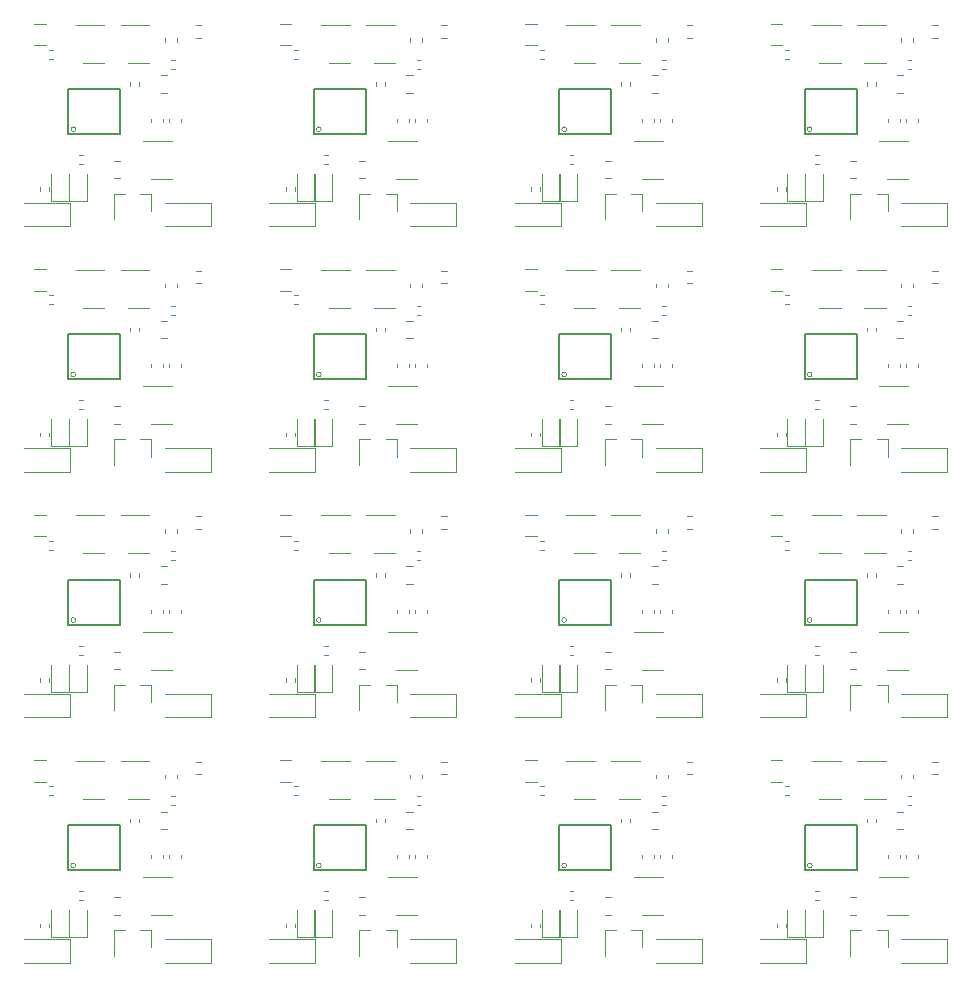
<source format=gbr>
%TF.GenerationSoftware,KiCad,Pcbnew,5.1.8*%
%TF.CreationDate,2020-11-30T01:30:04+01:00*%
%TF.ProjectId,panel2,70616e65-6c32-42e6-9b69-6361645f7063,rev?*%
%TF.SameCoordinates,Original*%
%TF.FileFunction,Legend,Top*%
%TF.FilePolarity,Positive*%
%FSLAX46Y46*%
G04 Gerber Fmt 4.6, Leading zero omitted, Abs format (unit mm)*
G04 Created by KiCad (PCBNEW 5.1.8) date 2020-11-30 01:30:04*
%MOMM*%
%LPD*%
G01*
G04 APERTURE LIST*
%ADD10C,0.120000*%
%ADD11C,0.100000*%
%ADD12C,0.127000*%
G04 APERTURE END LIST*
D10*
%TO.C,D1*%
X117447016Y-125408516D02*
X117447016Y-127693516D01*
X117447016Y-127693516D02*
X118917016Y-127693516D01*
X118917016Y-127693516D02*
X118917016Y-125408516D01*
%TO.C,D2*%
X115923016Y-125408516D02*
X115923016Y-127693516D01*
X115923016Y-127693516D02*
X117393016Y-127693516D01*
X117393016Y-127693516D02*
X117393016Y-125408516D01*
%TO.C,F1*%
X115469471Y-114520016D02*
X114488561Y-114520016D01*
X115469471Y-112700016D02*
X114488561Y-112700016D01*
D11*
%TO.C,IC1*%
X118004016Y-121611016D02*
G75*
G03*
X118004016Y-121611016I-203000J0D01*
G01*
D12*
X117379016Y-118182016D02*
X117379016Y-121992016D01*
X121779016Y-118182016D02*
X117379016Y-118182016D01*
X121779016Y-121992016D02*
X121779016Y-118182016D01*
X117379016Y-121992016D02*
X121779016Y-121992016D01*
D10*
%TO.C,Q1*%
X124400016Y-127090016D02*
X123470016Y-127090016D01*
X121240016Y-127090016D02*
X122170016Y-127090016D01*
X121240016Y-127090016D02*
X121240016Y-129250016D01*
X124400016Y-127090016D02*
X124400016Y-128550016D01*
%TO.C,R1*%
X118587657Y-124531016D02*
X118280375Y-124531016D01*
X118587657Y-123771016D02*
X118280375Y-123771016D01*
%TO.C,R2*%
X122628016Y-117956657D02*
X122628016Y-117649375D01*
X123388016Y-117956657D02*
X123388016Y-117649375D01*
%TO.C,R3*%
X115744375Y-114881016D02*
X116051657Y-114881016D01*
X115744375Y-115641016D02*
X116051657Y-115641016D01*
%TO.C,R4*%
X115008016Y-126846657D02*
X115008016Y-126539375D01*
X115768016Y-126846657D02*
X115768016Y-126539375D01*
%TO.C,R5*%
X126402157Y-116530016D02*
X126094875Y-116530016D01*
X126402157Y-115770016D02*
X126094875Y-115770016D01*
%TO.C,U1*%
X124351016Y-125827016D02*
X126151016Y-125827016D01*
X126151016Y-122607016D02*
X123701016Y-122607016D01*
%TO.C,U2*%
X122446016Y-115976016D02*
X124246016Y-115976016D01*
X124246016Y-112756016D02*
X121796016Y-112756016D01*
%TO.C,U3*%
X118636016Y-115976016D02*
X120436016Y-115976016D01*
X120436016Y-112756016D02*
X117986016Y-112756016D01*
%TO.C,D3*%
X117510016Y-129850016D02*
X117510016Y-127850016D01*
X117510016Y-127850016D02*
X113610016Y-127850016D01*
X117510016Y-129850016D02*
X113610016Y-129850016D01*
%TO.C,D4*%
X129450016Y-129850016D02*
X129450016Y-127850016D01*
X129450016Y-127850016D02*
X125550016Y-127850016D01*
X129450016Y-129850016D02*
X125550016Y-129850016D01*
%TO.C,C1*%
X121745268Y-125775016D02*
X121222764Y-125775016D01*
X121745268Y-124305016D02*
X121222764Y-124305016D01*
%TO.C,C2*%
X125220764Y-117066016D02*
X125743268Y-117066016D01*
X125220764Y-118536016D02*
X125743268Y-118536016D01*
%TO.C,C3*%
X124403016Y-121002596D02*
X124403016Y-120721436D01*
X125423016Y-121002596D02*
X125423016Y-120721436D01*
%TO.C,C4*%
X125927016Y-121002596D02*
X125927016Y-120721436D01*
X126947016Y-121002596D02*
X126947016Y-120721436D01*
%TO.C,C5*%
X125546016Y-114208096D02*
X125546016Y-113926936D01*
X126566016Y-114208096D02*
X126566016Y-113926936D01*
%TO.C,R6*%
X128167758Y-112833516D02*
X128642274Y-112833516D01*
X128167758Y-113878516D02*
X128642274Y-113878516D01*
%TO.C,D1*%
X96667011Y-125408516D02*
X96667011Y-127693516D01*
X96667011Y-127693516D02*
X98137011Y-127693516D01*
X98137011Y-127693516D02*
X98137011Y-125408516D01*
%TO.C,D2*%
X95143011Y-125408516D02*
X95143011Y-127693516D01*
X95143011Y-127693516D02*
X96613011Y-127693516D01*
X96613011Y-127693516D02*
X96613011Y-125408516D01*
%TO.C,F1*%
X94689466Y-114520016D02*
X93708556Y-114520016D01*
X94689466Y-112700016D02*
X93708556Y-112700016D01*
D11*
%TO.C,IC1*%
X97224011Y-121611016D02*
G75*
G03*
X97224011Y-121611016I-203000J0D01*
G01*
D12*
X96599011Y-118182016D02*
X96599011Y-121992016D01*
X100999011Y-118182016D02*
X96599011Y-118182016D01*
X100999011Y-121992016D02*
X100999011Y-118182016D01*
X96599011Y-121992016D02*
X100999011Y-121992016D01*
D10*
%TO.C,Q1*%
X103620011Y-127090016D02*
X102690011Y-127090016D01*
X100460011Y-127090016D02*
X101390011Y-127090016D01*
X100460011Y-127090016D02*
X100460011Y-129250016D01*
X103620011Y-127090016D02*
X103620011Y-128550016D01*
%TO.C,R1*%
X97807652Y-124531016D02*
X97500370Y-124531016D01*
X97807652Y-123771016D02*
X97500370Y-123771016D01*
%TO.C,R2*%
X101848011Y-117956657D02*
X101848011Y-117649375D01*
X102608011Y-117956657D02*
X102608011Y-117649375D01*
%TO.C,R3*%
X94964370Y-114881016D02*
X95271652Y-114881016D01*
X94964370Y-115641016D02*
X95271652Y-115641016D01*
%TO.C,R4*%
X94228011Y-126846657D02*
X94228011Y-126539375D01*
X94988011Y-126846657D02*
X94988011Y-126539375D01*
%TO.C,R5*%
X105622152Y-116530016D02*
X105314870Y-116530016D01*
X105622152Y-115770016D02*
X105314870Y-115770016D01*
%TO.C,U1*%
X103571011Y-125827016D02*
X105371011Y-125827016D01*
X105371011Y-122607016D02*
X102921011Y-122607016D01*
%TO.C,U2*%
X101666011Y-115976016D02*
X103466011Y-115976016D01*
X103466011Y-112756016D02*
X101016011Y-112756016D01*
%TO.C,U3*%
X97856011Y-115976016D02*
X99656011Y-115976016D01*
X99656011Y-112756016D02*
X97206011Y-112756016D01*
%TO.C,D3*%
X96730011Y-129850016D02*
X96730011Y-127850016D01*
X96730011Y-127850016D02*
X92830011Y-127850016D01*
X96730011Y-129850016D02*
X92830011Y-129850016D01*
%TO.C,D4*%
X108670011Y-129850016D02*
X108670011Y-127850016D01*
X108670011Y-127850016D02*
X104770011Y-127850016D01*
X108670011Y-129850016D02*
X104770011Y-129850016D01*
%TO.C,C1*%
X100965263Y-125775016D02*
X100442759Y-125775016D01*
X100965263Y-124305016D02*
X100442759Y-124305016D01*
%TO.C,C2*%
X104440759Y-117066016D02*
X104963263Y-117066016D01*
X104440759Y-118536016D02*
X104963263Y-118536016D01*
%TO.C,C3*%
X103623011Y-121002596D02*
X103623011Y-120721436D01*
X104643011Y-121002596D02*
X104643011Y-120721436D01*
%TO.C,C4*%
X105147011Y-121002596D02*
X105147011Y-120721436D01*
X106167011Y-121002596D02*
X106167011Y-120721436D01*
%TO.C,C5*%
X104766011Y-114208096D02*
X104766011Y-113926936D01*
X105786011Y-114208096D02*
X105786011Y-113926936D01*
%TO.C,R6*%
X107387753Y-112833516D02*
X107862269Y-112833516D01*
X107387753Y-113878516D02*
X107862269Y-113878516D01*
%TO.C,D1*%
X75887006Y-125408516D02*
X75887006Y-127693516D01*
X75887006Y-127693516D02*
X77357006Y-127693516D01*
X77357006Y-127693516D02*
X77357006Y-125408516D01*
%TO.C,D2*%
X74363006Y-125408516D02*
X74363006Y-127693516D01*
X74363006Y-127693516D02*
X75833006Y-127693516D01*
X75833006Y-127693516D02*
X75833006Y-125408516D01*
%TO.C,F1*%
X73909461Y-114520016D02*
X72928551Y-114520016D01*
X73909461Y-112700016D02*
X72928551Y-112700016D01*
D11*
%TO.C,IC1*%
X76444006Y-121611016D02*
G75*
G03*
X76444006Y-121611016I-203000J0D01*
G01*
D12*
X75819006Y-118182016D02*
X75819006Y-121992016D01*
X80219006Y-118182016D02*
X75819006Y-118182016D01*
X80219006Y-121992016D02*
X80219006Y-118182016D01*
X75819006Y-121992016D02*
X80219006Y-121992016D01*
D10*
%TO.C,Q1*%
X82840006Y-127090016D02*
X81910006Y-127090016D01*
X79680006Y-127090016D02*
X80610006Y-127090016D01*
X79680006Y-127090016D02*
X79680006Y-129250016D01*
X82840006Y-127090016D02*
X82840006Y-128550016D01*
%TO.C,R1*%
X77027647Y-124531016D02*
X76720365Y-124531016D01*
X77027647Y-123771016D02*
X76720365Y-123771016D01*
%TO.C,R2*%
X81068006Y-117956657D02*
X81068006Y-117649375D01*
X81828006Y-117956657D02*
X81828006Y-117649375D01*
%TO.C,R3*%
X74184365Y-114881016D02*
X74491647Y-114881016D01*
X74184365Y-115641016D02*
X74491647Y-115641016D01*
%TO.C,R4*%
X73448006Y-126846657D02*
X73448006Y-126539375D01*
X74208006Y-126846657D02*
X74208006Y-126539375D01*
%TO.C,R5*%
X84842147Y-116530016D02*
X84534865Y-116530016D01*
X84842147Y-115770016D02*
X84534865Y-115770016D01*
%TO.C,U1*%
X82791006Y-125827016D02*
X84591006Y-125827016D01*
X84591006Y-122607016D02*
X82141006Y-122607016D01*
%TO.C,U2*%
X80886006Y-115976016D02*
X82686006Y-115976016D01*
X82686006Y-112756016D02*
X80236006Y-112756016D01*
%TO.C,U3*%
X77076006Y-115976016D02*
X78876006Y-115976016D01*
X78876006Y-112756016D02*
X76426006Y-112756016D01*
%TO.C,D3*%
X75950006Y-129850016D02*
X75950006Y-127850016D01*
X75950006Y-127850016D02*
X72050006Y-127850016D01*
X75950006Y-129850016D02*
X72050006Y-129850016D01*
%TO.C,D4*%
X87890006Y-129850016D02*
X87890006Y-127850016D01*
X87890006Y-127850016D02*
X83990006Y-127850016D01*
X87890006Y-129850016D02*
X83990006Y-129850016D01*
%TO.C,C1*%
X80185258Y-125775016D02*
X79662754Y-125775016D01*
X80185258Y-124305016D02*
X79662754Y-124305016D01*
%TO.C,C2*%
X83660754Y-117066016D02*
X84183258Y-117066016D01*
X83660754Y-118536016D02*
X84183258Y-118536016D01*
%TO.C,C3*%
X82843006Y-121002596D02*
X82843006Y-120721436D01*
X83863006Y-121002596D02*
X83863006Y-120721436D01*
%TO.C,C4*%
X84367006Y-121002596D02*
X84367006Y-120721436D01*
X85387006Y-121002596D02*
X85387006Y-120721436D01*
%TO.C,C5*%
X83986006Y-114208096D02*
X83986006Y-113926936D01*
X85006006Y-114208096D02*
X85006006Y-113926936D01*
%TO.C,R6*%
X86607748Y-112833516D02*
X87082264Y-112833516D01*
X86607748Y-113878516D02*
X87082264Y-113878516D01*
%TO.C,D1*%
X55107001Y-125408516D02*
X55107001Y-127693516D01*
X55107001Y-127693516D02*
X56577001Y-127693516D01*
X56577001Y-127693516D02*
X56577001Y-125408516D01*
%TO.C,D2*%
X53583001Y-125408516D02*
X53583001Y-127693516D01*
X53583001Y-127693516D02*
X55053001Y-127693516D01*
X55053001Y-127693516D02*
X55053001Y-125408516D01*
%TO.C,F1*%
X53129456Y-114520016D02*
X52148546Y-114520016D01*
X53129456Y-112700016D02*
X52148546Y-112700016D01*
D11*
%TO.C,IC1*%
X55664001Y-121611016D02*
G75*
G03*
X55664001Y-121611016I-203000J0D01*
G01*
D12*
X55039001Y-118182016D02*
X55039001Y-121992016D01*
X59439001Y-118182016D02*
X55039001Y-118182016D01*
X59439001Y-121992016D02*
X59439001Y-118182016D01*
X55039001Y-121992016D02*
X59439001Y-121992016D01*
D10*
%TO.C,Q1*%
X62060001Y-127090016D02*
X61130001Y-127090016D01*
X58900001Y-127090016D02*
X59830001Y-127090016D01*
X58900001Y-127090016D02*
X58900001Y-129250016D01*
X62060001Y-127090016D02*
X62060001Y-128550016D01*
%TO.C,R1*%
X56247642Y-124531016D02*
X55940360Y-124531016D01*
X56247642Y-123771016D02*
X55940360Y-123771016D01*
%TO.C,R2*%
X60288001Y-117956657D02*
X60288001Y-117649375D01*
X61048001Y-117956657D02*
X61048001Y-117649375D01*
%TO.C,R3*%
X53404360Y-114881016D02*
X53711642Y-114881016D01*
X53404360Y-115641016D02*
X53711642Y-115641016D01*
%TO.C,R4*%
X52668001Y-126846657D02*
X52668001Y-126539375D01*
X53428001Y-126846657D02*
X53428001Y-126539375D01*
%TO.C,R5*%
X64062142Y-116530016D02*
X63754860Y-116530016D01*
X64062142Y-115770016D02*
X63754860Y-115770016D01*
%TO.C,U1*%
X62011001Y-125827016D02*
X63811001Y-125827016D01*
X63811001Y-122607016D02*
X61361001Y-122607016D01*
%TO.C,U2*%
X60106001Y-115976016D02*
X61906001Y-115976016D01*
X61906001Y-112756016D02*
X59456001Y-112756016D01*
%TO.C,U3*%
X56296001Y-115976016D02*
X58096001Y-115976016D01*
X58096001Y-112756016D02*
X55646001Y-112756016D01*
%TO.C,D3*%
X55170001Y-129850016D02*
X55170001Y-127850016D01*
X55170001Y-127850016D02*
X51270001Y-127850016D01*
X55170001Y-129850016D02*
X51270001Y-129850016D01*
%TO.C,D4*%
X67110001Y-129850016D02*
X67110001Y-127850016D01*
X67110001Y-127850016D02*
X63210001Y-127850016D01*
X67110001Y-129850016D02*
X63210001Y-129850016D01*
%TO.C,C1*%
X59405253Y-125775016D02*
X58882749Y-125775016D01*
X59405253Y-124305016D02*
X58882749Y-124305016D01*
%TO.C,C2*%
X62880749Y-117066016D02*
X63403253Y-117066016D01*
X62880749Y-118536016D02*
X63403253Y-118536016D01*
%TO.C,C3*%
X62063001Y-121002596D02*
X62063001Y-120721436D01*
X63083001Y-121002596D02*
X63083001Y-120721436D01*
%TO.C,C4*%
X63587001Y-121002596D02*
X63587001Y-120721436D01*
X64607001Y-121002596D02*
X64607001Y-120721436D01*
%TO.C,C5*%
X63206001Y-114208096D02*
X63206001Y-113926936D01*
X64226001Y-114208096D02*
X64226001Y-113926936D01*
%TO.C,R6*%
X65827743Y-112833516D02*
X66302259Y-112833516D01*
X65827743Y-113878516D02*
X66302259Y-113878516D01*
%TO.C,D1*%
X117447016Y-104628511D02*
X117447016Y-106913511D01*
X117447016Y-106913511D02*
X118917016Y-106913511D01*
X118917016Y-106913511D02*
X118917016Y-104628511D01*
%TO.C,D2*%
X115923016Y-104628511D02*
X115923016Y-106913511D01*
X115923016Y-106913511D02*
X117393016Y-106913511D01*
X117393016Y-106913511D02*
X117393016Y-104628511D01*
%TO.C,F1*%
X115469471Y-93740011D02*
X114488561Y-93740011D01*
X115469471Y-91920011D02*
X114488561Y-91920011D01*
D11*
%TO.C,IC1*%
X118004016Y-100831011D02*
G75*
G03*
X118004016Y-100831011I-203000J0D01*
G01*
D12*
X117379016Y-97402011D02*
X117379016Y-101212011D01*
X121779016Y-97402011D02*
X117379016Y-97402011D01*
X121779016Y-101212011D02*
X121779016Y-97402011D01*
X117379016Y-101212011D02*
X121779016Y-101212011D01*
D10*
%TO.C,Q1*%
X124400016Y-106310011D02*
X123470016Y-106310011D01*
X121240016Y-106310011D02*
X122170016Y-106310011D01*
X121240016Y-106310011D02*
X121240016Y-108470011D01*
X124400016Y-106310011D02*
X124400016Y-107770011D01*
%TO.C,R1*%
X118587657Y-103751011D02*
X118280375Y-103751011D01*
X118587657Y-102991011D02*
X118280375Y-102991011D01*
%TO.C,R2*%
X122628016Y-97176652D02*
X122628016Y-96869370D01*
X123388016Y-97176652D02*
X123388016Y-96869370D01*
%TO.C,R3*%
X115744375Y-94101011D02*
X116051657Y-94101011D01*
X115744375Y-94861011D02*
X116051657Y-94861011D01*
%TO.C,R4*%
X115008016Y-106066652D02*
X115008016Y-105759370D01*
X115768016Y-106066652D02*
X115768016Y-105759370D01*
%TO.C,R5*%
X126402157Y-95750011D02*
X126094875Y-95750011D01*
X126402157Y-94990011D02*
X126094875Y-94990011D01*
%TO.C,U1*%
X124351016Y-105047011D02*
X126151016Y-105047011D01*
X126151016Y-101827011D02*
X123701016Y-101827011D01*
%TO.C,U2*%
X122446016Y-95196011D02*
X124246016Y-95196011D01*
X124246016Y-91976011D02*
X121796016Y-91976011D01*
%TO.C,U3*%
X118636016Y-95196011D02*
X120436016Y-95196011D01*
X120436016Y-91976011D02*
X117986016Y-91976011D01*
%TO.C,D3*%
X117510016Y-109070011D02*
X117510016Y-107070011D01*
X117510016Y-107070011D02*
X113610016Y-107070011D01*
X117510016Y-109070011D02*
X113610016Y-109070011D01*
%TO.C,D4*%
X129450016Y-109070011D02*
X129450016Y-107070011D01*
X129450016Y-107070011D02*
X125550016Y-107070011D01*
X129450016Y-109070011D02*
X125550016Y-109070011D01*
%TO.C,C1*%
X121745268Y-104995011D02*
X121222764Y-104995011D01*
X121745268Y-103525011D02*
X121222764Y-103525011D01*
%TO.C,C2*%
X125220764Y-96286011D02*
X125743268Y-96286011D01*
X125220764Y-97756011D02*
X125743268Y-97756011D01*
%TO.C,C3*%
X124403016Y-100222591D02*
X124403016Y-99941431D01*
X125423016Y-100222591D02*
X125423016Y-99941431D01*
%TO.C,C4*%
X125927016Y-100222591D02*
X125927016Y-99941431D01*
X126947016Y-100222591D02*
X126947016Y-99941431D01*
%TO.C,C5*%
X125546016Y-93428091D02*
X125546016Y-93146931D01*
X126566016Y-93428091D02*
X126566016Y-93146931D01*
%TO.C,R6*%
X128167758Y-92053511D02*
X128642274Y-92053511D01*
X128167758Y-93098511D02*
X128642274Y-93098511D01*
%TO.C,D1*%
X96667011Y-104628511D02*
X96667011Y-106913511D01*
X96667011Y-106913511D02*
X98137011Y-106913511D01*
X98137011Y-106913511D02*
X98137011Y-104628511D01*
%TO.C,D2*%
X95143011Y-104628511D02*
X95143011Y-106913511D01*
X95143011Y-106913511D02*
X96613011Y-106913511D01*
X96613011Y-106913511D02*
X96613011Y-104628511D01*
%TO.C,F1*%
X94689466Y-93740011D02*
X93708556Y-93740011D01*
X94689466Y-91920011D02*
X93708556Y-91920011D01*
D11*
%TO.C,IC1*%
X97224011Y-100831011D02*
G75*
G03*
X97224011Y-100831011I-203000J0D01*
G01*
D12*
X96599011Y-97402011D02*
X96599011Y-101212011D01*
X100999011Y-97402011D02*
X96599011Y-97402011D01*
X100999011Y-101212011D02*
X100999011Y-97402011D01*
X96599011Y-101212011D02*
X100999011Y-101212011D01*
D10*
%TO.C,Q1*%
X103620011Y-106310011D02*
X102690011Y-106310011D01*
X100460011Y-106310011D02*
X101390011Y-106310011D01*
X100460011Y-106310011D02*
X100460011Y-108470011D01*
X103620011Y-106310011D02*
X103620011Y-107770011D01*
%TO.C,R1*%
X97807652Y-103751011D02*
X97500370Y-103751011D01*
X97807652Y-102991011D02*
X97500370Y-102991011D01*
%TO.C,R2*%
X101848011Y-97176652D02*
X101848011Y-96869370D01*
X102608011Y-97176652D02*
X102608011Y-96869370D01*
%TO.C,R3*%
X94964370Y-94101011D02*
X95271652Y-94101011D01*
X94964370Y-94861011D02*
X95271652Y-94861011D01*
%TO.C,R4*%
X94228011Y-106066652D02*
X94228011Y-105759370D01*
X94988011Y-106066652D02*
X94988011Y-105759370D01*
%TO.C,R5*%
X105622152Y-95750011D02*
X105314870Y-95750011D01*
X105622152Y-94990011D02*
X105314870Y-94990011D01*
%TO.C,U1*%
X103571011Y-105047011D02*
X105371011Y-105047011D01*
X105371011Y-101827011D02*
X102921011Y-101827011D01*
%TO.C,U2*%
X101666011Y-95196011D02*
X103466011Y-95196011D01*
X103466011Y-91976011D02*
X101016011Y-91976011D01*
%TO.C,U3*%
X97856011Y-95196011D02*
X99656011Y-95196011D01*
X99656011Y-91976011D02*
X97206011Y-91976011D01*
%TO.C,D3*%
X96730011Y-109070011D02*
X96730011Y-107070011D01*
X96730011Y-107070011D02*
X92830011Y-107070011D01*
X96730011Y-109070011D02*
X92830011Y-109070011D01*
%TO.C,D4*%
X108670011Y-109070011D02*
X108670011Y-107070011D01*
X108670011Y-107070011D02*
X104770011Y-107070011D01*
X108670011Y-109070011D02*
X104770011Y-109070011D01*
%TO.C,C1*%
X100965263Y-104995011D02*
X100442759Y-104995011D01*
X100965263Y-103525011D02*
X100442759Y-103525011D01*
%TO.C,C2*%
X104440759Y-96286011D02*
X104963263Y-96286011D01*
X104440759Y-97756011D02*
X104963263Y-97756011D01*
%TO.C,C3*%
X103623011Y-100222591D02*
X103623011Y-99941431D01*
X104643011Y-100222591D02*
X104643011Y-99941431D01*
%TO.C,C4*%
X105147011Y-100222591D02*
X105147011Y-99941431D01*
X106167011Y-100222591D02*
X106167011Y-99941431D01*
%TO.C,C5*%
X104766011Y-93428091D02*
X104766011Y-93146931D01*
X105786011Y-93428091D02*
X105786011Y-93146931D01*
%TO.C,R6*%
X107387753Y-92053511D02*
X107862269Y-92053511D01*
X107387753Y-93098511D02*
X107862269Y-93098511D01*
%TO.C,D1*%
X75887006Y-104628511D02*
X75887006Y-106913511D01*
X75887006Y-106913511D02*
X77357006Y-106913511D01*
X77357006Y-106913511D02*
X77357006Y-104628511D01*
%TO.C,D2*%
X74363006Y-104628511D02*
X74363006Y-106913511D01*
X74363006Y-106913511D02*
X75833006Y-106913511D01*
X75833006Y-106913511D02*
X75833006Y-104628511D01*
%TO.C,F1*%
X73909461Y-93740011D02*
X72928551Y-93740011D01*
X73909461Y-91920011D02*
X72928551Y-91920011D01*
D11*
%TO.C,IC1*%
X76444006Y-100831011D02*
G75*
G03*
X76444006Y-100831011I-203000J0D01*
G01*
D12*
X75819006Y-97402011D02*
X75819006Y-101212011D01*
X80219006Y-97402011D02*
X75819006Y-97402011D01*
X80219006Y-101212011D02*
X80219006Y-97402011D01*
X75819006Y-101212011D02*
X80219006Y-101212011D01*
D10*
%TO.C,Q1*%
X82840006Y-106310011D02*
X81910006Y-106310011D01*
X79680006Y-106310011D02*
X80610006Y-106310011D01*
X79680006Y-106310011D02*
X79680006Y-108470011D01*
X82840006Y-106310011D02*
X82840006Y-107770011D01*
%TO.C,R1*%
X77027647Y-103751011D02*
X76720365Y-103751011D01*
X77027647Y-102991011D02*
X76720365Y-102991011D01*
%TO.C,R2*%
X81068006Y-97176652D02*
X81068006Y-96869370D01*
X81828006Y-97176652D02*
X81828006Y-96869370D01*
%TO.C,R3*%
X74184365Y-94101011D02*
X74491647Y-94101011D01*
X74184365Y-94861011D02*
X74491647Y-94861011D01*
%TO.C,R4*%
X73448006Y-106066652D02*
X73448006Y-105759370D01*
X74208006Y-106066652D02*
X74208006Y-105759370D01*
%TO.C,R5*%
X84842147Y-95750011D02*
X84534865Y-95750011D01*
X84842147Y-94990011D02*
X84534865Y-94990011D01*
%TO.C,U1*%
X82791006Y-105047011D02*
X84591006Y-105047011D01*
X84591006Y-101827011D02*
X82141006Y-101827011D01*
%TO.C,U2*%
X80886006Y-95196011D02*
X82686006Y-95196011D01*
X82686006Y-91976011D02*
X80236006Y-91976011D01*
%TO.C,U3*%
X77076006Y-95196011D02*
X78876006Y-95196011D01*
X78876006Y-91976011D02*
X76426006Y-91976011D01*
%TO.C,D3*%
X75950006Y-109070011D02*
X75950006Y-107070011D01*
X75950006Y-107070011D02*
X72050006Y-107070011D01*
X75950006Y-109070011D02*
X72050006Y-109070011D01*
%TO.C,D4*%
X87890006Y-109070011D02*
X87890006Y-107070011D01*
X87890006Y-107070011D02*
X83990006Y-107070011D01*
X87890006Y-109070011D02*
X83990006Y-109070011D01*
%TO.C,C1*%
X80185258Y-104995011D02*
X79662754Y-104995011D01*
X80185258Y-103525011D02*
X79662754Y-103525011D01*
%TO.C,C2*%
X83660754Y-96286011D02*
X84183258Y-96286011D01*
X83660754Y-97756011D02*
X84183258Y-97756011D01*
%TO.C,C3*%
X82843006Y-100222591D02*
X82843006Y-99941431D01*
X83863006Y-100222591D02*
X83863006Y-99941431D01*
%TO.C,C4*%
X84367006Y-100222591D02*
X84367006Y-99941431D01*
X85387006Y-100222591D02*
X85387006Y-99941431D01*
%TO.C,C5*%
X83986006Y-93428091D02*
X83986006Y-93146931D01*
X85006006Y-93428091D02*
X85006006Y-93146931D01*
%TO.C,R6*%
X86607748Y-92053511D02*
X87082264Y-92053511D01*
X86607748Y-93098511D02*
X87082264Y-93098511D01*
%TO.C,D1*%
X55107001Y-104628511D02*
X55107001Y-106913511D01*
X55107001Y-106913511D02*
X56577001Y-106913511D01*
X56577001Y-106913511D02*
X56577001Y-104628511D01*
%TO.C,D2*%
X53583001Y-104628511D02*
X53583001Y-106913511D01*
X53583001Y-106913511D02*
X55053001Y-106913511D01*
X55053001Y-106913511D02*
X55053001Y-104628511D01*
%TO.C,F1*%
X53129456Y-93740011D02*
X52148546Y-93740011D01*
X53129456Y-91920011D02*
X52148546Y-91920011D01*
D11*
%TO.C,IC1*%
X55664001Y-100831011D02*
G75*
G03*
X55664001Y-100831011I-203000J0D01*
G01*
D12*
X55039001Y-97402011D02*
X55039001Y-101212011D01*
X59439001Y-97402011D02*
X55039001Y-97402011D01*
X59439001Y-101212011D02*
X59439001Y-97402011D01*
X55039001Y-101212011D02*
X59439001Y-101212011D01*
D10*
%TO.C,Q1*%
X62060001Y-106310011D02*
X61130001Y-106310011D01*
X58900001Y-106310011D02*
X59830001Y-106310011D01*
X58900001Y-106310011D02*
X58900001Y-108470011D01*
X62060001Y-106310011D02*
X62060001Y-107770011D01*
%TO.C,R1*%
X56247642Y-103751011D02*
X55940360Y-103751011D01*
X56247642Y-102991011D02*
X55940360Y-102991011D01*
%TO.C,R2*%
X60288001Y-97176652D02*
X60288001Y-96869370D01*
X61048001Y-97176652D02*
X61048001Y-96869370D01*
%TO.C,R3*%
X53404360Y-94101011D02*
X53711642Y-94101011D01*
X53404360Y-94861011D02*
X53711642Y-94861011D01*
%TO.C,R4*%
X52668001Y-106066652D02*
X52668001Y-105759370D01*
X53428001Y-106066652D02*
X53428001Y-105759370D01*
%TO.C,R5*%
X64062142Y-95750011D02*
X63754860Y-95750011D01*
X64062142Y-94990011D02*
X63754860Y-94990011D01*
%TO.C,U1*%
X62011001Y-105047011D02*
X63811001Y-105047011D01*
X63811001Y-101827011D02*
X61361001Y-101827011D01*
%TO.C,U2*%
X60106001Y-95196011D02*
X61906001Y-95196011D01*
X61906001Y-91976011D02*
X59456001Y-91976011D01*
%TO.C,U3*%
X56296001Y-95196011D02*
X58096001Y-95196011D01*
X58096001Y-91976011D02*
X55646001Y-91976011D01*
%TO.C,D3*%
X55170001Y-109070011D02*
X55170001Y-107070011D01*
X55170001Y-107070011D02*
X51270001Y-107070011D01*
X55170001Y-109070011D02*
X51270001Y-109070011D01*
%TO.C,D4*%
X67110001Y-109070011D02*
X67110001Y-107070011D01*
X67110001Y-107070011D02*
X63210001Y-107070011D01*
X67110001Y-109070011D02*
X63210001Y-109070011D01*
%TO.C,C1*%
X59405253Y-104995011D02*
X58882749Y-104995011D01*
X59405253Y-103525011D02*
X58882749Y-103525011D01*
%TO.C,C2*%
X62880749Y-96286011D02*
X63403253Y-96286011D01*
X62880749Y-97756011D02*
X63403253Y-97756011D01*
%TO.C,C3*%
X62063001Y-100222591D02*
X62063001Y-99941431D01*
X63083001Y-100222591D02*
X63083001Y-99941431D01*
%TO.C,C4*%
X63587001Y-100222591D02*
X63587001Y-99941431D01*
X64607001Y-100222591D02*
X64607001Y-99941431D01*
%TO.C,C5*%
X63206001Y-93428091D02*
X63206001Y-93146931D01*
X64226001Y-93428091D02*
X64226001Y-93146931D01*
%TO.C,R6*%
X65827743Y-92053511D02*
X66302259Y-92053511D01*
X65827743Y-93098511D02*
X66302259Y-93098511D01*
%TO.C,D1*%
X117447016Y-83848506D02*
X117447016Y-86133506D01*
X117447016Y-86133506D02*
X118917016Y-86133506D01*
X118917016Y-86133506D02*
X118917016Y-83848506D01*
%TO.C,D2*%
X115923016Y-83848506D02*
X115923016Y-86133506D01*
X115923016Y-86133506D02*
X117393016Y-86133506D01*
X117393016Y-86133506D02*
X117393016Y-83848506D01*
%TO.C,F1*%
X115469471Y-72960006D02*
X114488561Y-72960006D01*
X115469471Y-71140006D02*
X114488561Y-71140006D01*
D11*
%TO.C,IC1*%
X118004016Y-80051006D02*
G75*
G03*
X118004016Y-80051006I-203000J0D01*
G01*
D12*
X117379016Y-76622006D02*
X117379016Y-80432006D01*
X121779016Y-76622006D02*
X117379016Y-76622006D01*
X121779016Y-80432006D02*
X121779016Y-76622006D01*
X117379016Y-80432006D02*
X121779016Y-80432006D01*
D10*
%TO.C,Q1*%
X124400016Y-85530006D02*
X123470016Y-85530006D01*
X121240016Y-85530006D02*
X122170016Y-85530006D01*
X121240016Y-85530006D02*
X121240016Y-87690006D01*
X124400016Y-85530006D02*
X124400016Y-86990006D01*
%TO.C,R1*%
X118587657Y-82971006D02*
X118280375Y-82971006D01*
X118587657Y-82211006D02*
X118280375Y-82211006D01*
%TO.C,R2*%
X122628016Y-76396647D02*
X122628016Y-76089365D01*
X123388016Y-76396647D02*
X123388016Y-76089365D01*
%TO.C,R3*%
X115744375Y-73321006D02*
X116051657Y-73321006D01*
X115744375Y-74081006D02*
X116051657Y-74081006D01*
%TO.C,R4*%
X115008016Y-85286647D02*
X115008016Y-84979365D01*
X115768016Y-85286647D02*
X115768016Y-84979365D01*
%TO.C,R5*%
X126402157Y-74970006D02*
X126094875Y-74970006D01*
X126402157Y-74210006D02*
X126094875Y-74210006D01*
%TO.C,U1*%
X124351016Y-84267006D02*
X126151016Y-84267006D01*
X126151016Y-81047006D02*
X123701016Y-81047006D01*
%TO.C,U2*%
X122446016Y-74416006D02*
X124246016Y-74416006D01*
X124246016Y-71196006D02*
X121796016Y-71196006D01*
%TO.C,U3*%
X118636016Y-74416006D02*
X120436016Y-74416006D01*
X120436016Y-71196006D02*
X117986016Y-71196006D01*
%TO.C,D3*%
X117510016Y-88290006D02*
X117510016Y-86290006D01*
X117510016Y-86290006D02*
X113610016Y-86290006D01*
X117510016Y-88290006D02*
X113610016Y-88290006D01*
%TO.C,D4*%
X129450016Y-88290006D02*
X129450016Y-86290006D01*
X129450016Y-86290006D02*
X125550016Y-86290006D01*
X129450016Y-88290006D02*
X125550016Y-88290006D01*
%TO.C,C1*%
X121745268Y-84215006D02*
X121222764Y-84215006D01*
X121745268Y-82745006D02*
X121222764Y-82745006D01*
%TO.C,C2*%
X125220764Y-75506006D02*
X125743268Y-75506006D01*
X125220764Y-76976006D02*
X125743268Y-76976006D01*
%TO.C,C3*%
X124403016Y-79442586D02*
X124403016Y-79161426D01*
X125423016Y-79442586D02*
X125423016Y-79161426D01*
%TO.C,C4*%
X125927016Y-79442586D02*
X125927016Y-79161426D01*
X126947016Y-79442586D02*
X126947016Y-79161426D01*
%TO.C,C5*%
X125546016Y-72648086D02*
X125546016Y-72366926D01*
X126566016Y-72648086D02*
X126566016Y-72366926D01*
%TO.C,R6*%
X128167758Y-71273506D02*
X128642274Y-71273506D01*
X128167758Y-72318506D02*
X128642274Y-72318506D01*
%TO.C,D1*%
X96667011Y-83848506D02*
X96667011Y-86133506D01*
X96667011Y-86133506D02*
X98137011Y-86133506D01*
X98137011Y-86133506D02*
X98137011Y-83848506D01*
%TO.C,D2*%
X95143011Y-83848506D02*
X95143011Y-86133506D01*
X95143011Y-86133506D02*
X96613011Y-86133506D01*
X96613011Y-86133506D02*
X96613011Y-83848506D01*
%TO.C,F1*%
X94689466Y-72960006D02*
X93708556Y-72960006D01*
X94689466Y-71140006D02*
X93708556Y-71140006D01*
D11*
%TO.C,IC1*%
X97224011Y-80051006D02*
G75*
G03*
X97224011Y-80051006I-203000J0D01*
G01*
D12*
X96599011Y-76622006D02*
X96599011Y-80432006D01*
X100999011Y-76622006D02*
X96599011Y-76622006D01*
X100999011Y-80432006D02*
X100999011Y-76622006D01*
X96599011Y-80432006D02*
X100999011Y-80432006D01*
D10*
%TO.C,Q1*%
X103620011Y-85530006D02*
X102690011Y-85530006D01*
X100460011Y-85530006D02*
X101390011Y-85530006D01*
X100460011Y-85530006D02*
X100460011Y-87690006D01*
X103620011Y-85530006D02*
X103620011Y-86990006D01*
%TO.C,R1*%
X97807652Y-82971006D02*
X97500370Y-82971006D01*
X97807652Y-82211006D02*
X97500370Y-82211006D01*
%TO.C,R2*%
X101848011Y-76396647D02*
X101848011Y-76089365D01*
X102608011Y-76396647D02*
X102608011Y-76089365D01*
%TO.C,R3*%
X94964370Y-73321006D02*
X95271652Y-73321006D01*
X94964370Y-74081006D02*
X95271652Y-74081006D01*
%TO.C,R4*%
X94228011Y-85286647D02*
X94228011Y-84979365D01*
X94988011Y-85286647D02*
X94988011Y-84979365D01*
%TO.C,R5*%
X105622152Y-74970006D02*
X105314870Y-74970006D01*
X105622152Y-74210006D02*
X105314870Y-74210006D01*
%TO.C,U1*%
X103571011Y-84267006D02*
X105371011Y-84267006D01*
X105371011Y-81047006D02*
X102921011Y-81047006D01*
%TO.C,U2*%
X101666011Y-74416006D02*
X103466011Y-74416006D01*
X103466011Y-71196006D02*
X101016011Y-71196006D01*
%TO.C,U3*%
X97856011Y-74416006D02*
X99656011Y-74416006D01*
X99656011Y-71196006D02*
X97206011Y-71196006D01*
%TO.C,D3*%
X96730011Y-88290006D02*
X96730011Y-86290006D01*
X96730011Y-86290006D02*
X92830011Y-86290006D01*
X96730011Y-88290006D02*
X92830011Y-88290006D01*
%TO.C,D4*%
X108670011Y-88290006D02*
X108670011Y-86290006D01*
X108670011Y-86290006D02*
X104770011Y-86290006D01*
X108670011Y-88290006D02*
X104770011Y-88290006D01*
%TO.C,C1*%
X100965263Y-84215006D02*
X100442759Y-84215006D01*
X100965263Y-82745006D02*
X100442759Y-82745006D01*
%TO.C,C2*%
X104440759Y-75506006D02*
X104963263Y-75506006D01*
X104440759Y-76976006D02*
X104963263Y-76976006D01*
%TO.C,C3*%
X103623011Y-79442586D02*
X103623011Y-79161426D01*
X104643011Y-79442586D02*
X104643011Y-79161426D01*
%TO.C,C4*%
X105147011Y-79442586D02*
X105147011Y-79161426D01*
X106167011Y-79442586D02*
X106167011Y-79161426D01*
%TO.C,C5*%
X104766011Y-72648086D02*
X104766011Y-72366926D01*
X105786011Y-72648086D02*
X105786011Y-72366926D01*
%TO.C,R6*%
X107387753Y-71273506D02*
X107862269Y-71273506D01*
X107387753Y-72318506D02*
X107862269Y-72318506D01*
%TO.C,D1*%
X75887006Y-83848506D02*
X75887006Y-86133506D01*
X75887006Y-86133506D02*
X77357006Y-86133506D01*
X77357006Y-86133506D02*
X77357006Y-83848506D01*
%TO.C,D2*%
X74363006Y-83848506D02*
X74363006Y-86133506D01*
X74363006Y-86133506D02*
X75833006Y-86133506D01*
X75833006Y-86133506D02*
X75833006Y-83848506D01*
%TO.C,F1*%
X73909461Y-72960006D02*
X72928551Y-72960006D01*
X73909461Y-71140006D02*
X72928551Y-71140006D01*
D11*
%TO.C,IC1*%
X76444006Y-80051006D02*
G75*
G03*
X76444006Y-80051006I-203000J0D01*
G01*
D12*
X75819006Y-76622006D02*
X75819006Y-80432006D01*
X80219006Y-76622006D02*
X75819006Y-76622006D01*
X80219006Y-80432006D02*
X80219006Y-76622006D01*
X75819006Y-80432006D02*
X80219006Y-80432006D01*
D10*
%TO.C,Q1*%
X82840006Y-85530006D02*
X81910006Y-85530006D01*
X79680006Y-85530006D02*
X80610006Y-85530006D01*
X79680006Y-85530006D02*
X79680006Y-87690006D01*
X82840006Y-85530006D02*
X82840006Y-86990006D01*
%TO.C,R1*%
X77027647Y-82971006D02*
X76720365Y-82971006D01*
X77027647Y-82211006D02*
X76720365Y-82211006D01*
%TO.C,R2*%
X81068006Y-76396647D02*
X81068006Y-76089365D01*
X81828006Y-76396647D02*
X81828006Y-76089365D01*
%TO.C,R3*%
X74184365Y-73321006D02*
X74491647Y-73321006D01*
X74184365Y-74081006D02*
X74491647Y-74081006D01*
%TO.C,R4*%
X73448006Y-85286647D02*
X73448006Y-84979365D01*
X74208006Y-85286647D02*
X74208006Y-84979365D01*
%TO.C,R5*%
X84842147Y-74970006D02*
X84534865Y-74970006D01*
X84842147Y-74210006D02*
X84534865Y-74210006D01*
%TO.C,U1*%
X82791006Y-84267006D02*
X84591006Y-84267006D01*
X84591006Y-81047006D02*
X82141006Y-81047006D01*
%TO.C,U2*%
X80886006Y-74416006D02*
X82686006Y-74416006D01*
X82686006Y-71196006D02*
X80236006Y-71196006D01*
%TO.C,U3*%
X77076006Y-74416006D02*
X78876006Y-74416006D01*
X78876006Y-71196006D02*
X76426006Y-71196006D01*
%TO.C,D3*%
X75950006Y-88290006D02*
X75950006Y-86290006D01*
X75950006Y-86290006D02*
X72050006Y-86290006D01*
X75950006Y-88290006D02*
X72050006Y-88290006D01*
%TO.C,D4*%
X87890006Y-88290006D02*
X87890006Y-86290006D01*
X87890006Y-86290006D02*
X83990006Y-86290006D01*
X87890006Y-88290006D02*
X83990006Y-88290006D01*
%TO.C,C1*%
X80185258Y-84215006D02*
X79662754Y-84215006D01*
X80185258Y-82745006D02*
X79662754Y-82745006D01*
%TO.C,C2*%
X83660754Y-75506006D02*
X84183258Y-75506006D01*
X83660754Y-76976006D02*
X84183258Y-76976006D01*
%TO.C,C3*%
X82843006Y-79442586D02*
X82843006Y-79161426D01*
X83863006Y-79442586D02*
X83863006Y-79161426D01*
%TO.C,C4*%
X84367006Y-79442586D02*
X84367006Y-79161426D01*
X85387006Y-79442586D02*
X85387006Y-79161426D01*
%TO.C,C5*%
X83986006Y-72648086D02*
X83986006Y-72366926D01*
X85006006Y-72648086D02*
X85006006Y-72366926D01*
%TO.C,R6*%
X86607748Y-71273506D02*
X87082264Y-71273506D01*
X86607748Y-72318506D02*
X87082264Y-72318506D01*
%TO.C,D1*%
X55107001Y-83848506D02*
X55107001Y-86133506D01*
X55107001Y-86133506D02*
X56577001Y-86133506D01*
X56577001Y-86133506D02*
X56577001Y-83848506D01*
%TO.C,D2*%
X53583001Y-83848506D02*
X53583001Y-86133506D01*
X53583001Y-86133506D02*
X55053001Y-86133506D01*
X55053001Y-86133506D02*
X55053001Y-83848506D01*
%TO.C,F1*%
X53129456Y-72960006D02*
X52148546Y-72960006D01*
X53129456Y-71140006D02*
X52148546Y-71140006D01*
D11*
%TO.C,IC1*%
X55664001Y-80051006D02*
G75*
G03*
X55664001Y-80051006I-203000J0D01*
G01*
D12*
X55039001Y-76622006D02*
X55039001Y-80432006D01*
X59439001Y-76622006D02*
X55039001Y-76622006D01*
X59439001Y-80432006D02*
X59439001Y-76622006D01*
X55039001Y-80432006D02*
X59439001Y-80432006D01*
D10*
%TO.C,Q1*%
X62060001Y-85530006D02*
X61130001Y-85530006D01*
X58900001Y-85530006D02*
X59830001Y-85530006D01*
X58900001Y-85530006D02*
X58900001Y-87690006D01*
X62060001Y-85530006D02*
X62060001Y-86990006D01*
%TO.C,R1*%
X56247642Y-82971006D02*
X55940360Y-82971006D01*
X56247642Y-82211006D02*
X55940360Y-82211006D01*
%TO.C,R2*%
X60288001Y-76396647D02*
X60288001Y-76089365D01*
X61048001Y-76396647D02*
X61048001Y-76089365D01*
%TO.C,R3*%
X53404360Y-73321006D02*
X53711642Y-73321006D01*
X53404360Y-74081006D02*
X53711642Y-74081006D01*
%TO.C,R4*%
X52668001Y-85286647D02*
X52668001Y-84979365D01*
X53428001Y-85286647D02*
X53428001Y-84979365D01*
%TO.C,R5*%
X64062142Y-74970006D02*
X63754860Y-74970006D01*
X64062142Y-74210006D02*
X63754860Y-74210006D01*
%TO.C,U1*%
X62011001Y-84267006D02*
X63811001Y-84267006D01*
X63811001Y-81047006D02*
X61361001Y-81047006D01*
%TO.C,U2*%
X60106001Y-74416006D02*
X61906001Y-74416006D01*
X61906001Y-71196006D02*
X59456001Y-71196006D01*
%TO.C,U3*%
X56296001Y-74416006D02*
X58096001Y-74416006D01*
X58096001Y-71196006D02*
X55646001Y-71196006D01*
%TO.C,D3*%
X55170001Y-88290006D02*
X55170001Y-86290006D01*
X55170001Y-86290006D02*
X51270001Y-86290006D01*
X55170001Y-88290006D02*
X51270001Y-88290006D01*
%TO.C,D4*%
X67110001Y-88290006D02*
X67110001Y-86290006D01*
X67110001Y-86290006D02*
X63210001Y-86290006D01*
X67110001Y-88290006D02*
X63210001Y-88290006D01*
%TO.C,C1*%
X59405253Y-84215006D02*
X58882749Y-84215006D01*
X59405253Y-82745006D02*
X58882749Y-82745006D01*
%TO.C,C2*%
X62880749Y-75506006D02*
X63403253Y-75506006D01*
X62880749Y-76976006D02*
X63403253Y-76976006D01*
%TO.C,C3*%
X62063001Y-79442586D02*
X62063001Y-79161426D01*
X63083001Y-79442586D02*
X63083001Y-79161426D01*
%TO.C,C4*%
X63587001Y-79442586D02*
X63587001Y-79161426D01*
X64607001Y-79442586D02*
X64607001Y-79161426D01*
%TO.C,C5*%
X63206001Y-72648086D02*
X63206001Y-72366926D01*
X64226001Y-72648086D02*
X64226001Y-72366926D01*
%TO.C,R6*%
X65827743Y-71273506D02*
X66302259Y-71273506D01*
X65827743Y-72318506D02*
X66302259Y-72318506D01*
%TO.C,D1*%
X117447016Y-63068501D02*
X117447016Y-65353501D01*
X117447016Y-65353501D02*
X118917016Y-65353501D01*
X118917016Y-65353501D02*
X118917016Y-63068501D01*
%TO.C,D2*%
X115923016Y-63068501D02*
X115923016Y-65353501D01*
X115923016Y-65353501D02*
X117393016Y-65353501D01*
X117393016Y-65353501D02*
X117393016Y-63068501D01*
%TO.C,F1*%
X115469471Y-52180001D02*
X114488561Y-52180001D01*
X115469471Y-50360001D02*
X114488561Y-50360001D01*
D11*
%TO.C,IC1*%
X118004016Y-59271001D02*
G75*
G03*
X118004016Y-59271001I-203000J0D01*
G01*
D12*
X117379016Y-55842001D02*
X117379016Y-59652001D01*
X121779016Y-55842001D02*
X117379016Y-55842001D01*
X121779016Y-59652001D02*
X121779016Y-55842001D01*
X117379016Y-59652001D02*
X121779016Y-59652001D01*
D10*
%TO.C,Q1*%
X124400016Y-64750001D02*
X123470016Y-64750001D01*
X121240016Y-64750001D02*
X122170016Y-64750001D01*
X121240016Y-64750001D02*
X121240016Y-66910001D01*
X124400016Y-64750001D02*
X124400016Y-66210001D01*
%TO.C,R1*%
X118587657Y-62191001D02*
X118280375Y-62191001D01*
X118587657Y-61431001D02*
X118280375Y-61431001D01*
%TO.C,R2*%
X122628016Y-55616642D02*
X122628016Y-55309360D01*
X123388016Y-55616642D02*
X123388016Y-55309360D01*
%TO.C,R3*%
X115744375Y-52541001D02*
X116051657Y-52541001D01*
X115744375Y-53301001D02*
X116051657Y-53301001D01*
%TO.C,R4*%
X115008016Y-64506642D02*
X115008016Y-64199360D01*
X115768016Y-64506642D02*
X115768016Y-64199360D01*
%TO.C,R5*%
X126402157Y-54190001D02*
X126094875Y-54190001D01*
X126402157Y-53430001D02*
X126094875Y-53430001D01*
%TO.C,U1*%
X124351016Y-63487001D02*
X126151016Y-63487001D01*
X126151016Y-60267001D02*
X123701016Y-60267001D01*
%TO.C,U2*%
X122446016Y-53636001D02*
X124246016Y-53636001D01*
X124246016Y-50416001D02*
X121796016Y-50416001D01*
%TO.C,U3*%
X118636016Y-53636001D02*
X120436016Y-53636001D01*
X120436016Y-50416001D02*
X117986016Y-50416001D01*
%TO.C,D3*%
X117510016Y-67510001D02*
X117510016Y-65510001D01*
X117510016Y-65510001D02*
X113610016Y-65510001D01*
X117510016Y-67510001D02*
X113610016Y-67510001D01*
%TO.C,D4*%
X129450016Y-67510001D02*
X129450016Y-65510001D01*
X129450016Y-65510001D02*
X125550016Y-65510001D01*
X129450016Y-67510001D02*
X125550016Y-67510001D01*
%TO.C,C1*%
X121745268Y-63435001D02*
X121222764Y-63435001D01*
X121745268Y-61965001D02*
X121222764Y-61965001D01*
%TO.C,C2*%
X125220764Y-54726001D02*
X125743268Y-54726001D01*
X125220764Y-56196001D02*
X125743268Y-56196001D01*
%TO.C,C3*%
X124403016Y-58662581D02*
X124403016Y-58381421D01*
X125423016Y-58662581D02*
X125423016Y-58381421D01*
%TO.C,C4*%
X125927016Y-58662581D02*
X125927016Y-58381421D01*
X126947016Y-58662581D02*
X126947016Y-58381421D01*
%TO.C,C5*%
X125546016Y-51868081D02*
X125546016Y-51586921D01*
X126566016Y-51868081D02*
X126566016Y-51586921D01*
%TO.C,R6*%
X128167758Y-50493501D02*
X128642274Y-50493501D01*
X128167758Y-51538501D02*
X128642274Y-51538501D01*
%TO.C,D1*%
X96667011Y-63068501D02*
X96667011Y-65353501D01*
X96667011Y-65353501D02*
X98137011Y-65353501D01*
X98137011Y-65353501D02*
X98137011Y-63068501D01*
%TO.C,D2*%
X95143011Y-63068501D02*
X95143011Y-65353501D01*
X95143011Y-65353501D02*
X96613011Y-65353501D01*
X96613011Y-65353501D02*
X96613011Y-63068501D01*
%TO.C,F1*%
X94689466Y-52180001D02*
X93708556Y-52180001D01*
X94689466Y-50360001D02*
X93708556Y-50360001D01*
D11*
%TO.C,IC1*%
X97224011Y-59271001D02*
G75*
G03*
X97224011Y-59271001I-203000J0D01*
G01*
D12*
X96599011Y-55842001D02*
X96599011Y-59652001D01*
X100999011Y-55842001D02*
X96599011Y-55842001D01*
X100999011Y-59652001D02*
X100999011Y-55842001D01*
X96599011Y-59652001D02*
X100999011Y-59652001D01*
D10*
%TO.C,Q1*%
X103620011Y-64750001D02*
X102690011Y-64750001D01*
X100460011Y-64750001D02*
X101390011Y-64750001D01*
X100460011Y-64750001D02*
X100460011Y-66910001D01*
X103620011Y-64750001D02*
X103620011Y-66210001D01*
%TO.C,R1*%
X97807652Y-62191001D02*
X97500370Y-62191001D01*
X97807652Y-61431001D02*
X97500370Y-61431001D01*
%TO.C,R2*%
X101848011Y-55616642D02*
X101848011Y-55309360D01*
X102608011Y-55616642D02*
X102608011Y-55309360D01*
%TO.C,R3*%
X94964370Y-52541001D02*
X95271652Y-52541001D01*
X94964370Y-53301001D02*
X95271652Y-53301001D01*
%TO.C,R4*%
X94228011Y-64506642D02*
X94228011Y-64199360D01*
X94988011Y-64506642D02*
X94988011Y-64199360D01*
%TO.C,R5*%
X105622152Y-54190001D02*
X105314870Y-54190001D01*
X105622152Y-53430001D02*
X105314870Y-53430001D01*
%TO.C,U1*%
X103571011Y-63487001D02*
X105371011Y-63487001D01*
X105371011Y-60267001D02*
X102921011Y-60267001D01*
%TO.C,U2*%
X101666011Y-53636001D02*
X103466011Y-53636001D01*
X103466011Y-50416001D02*
X101016011Y-50416001D01*
%TO.C,U3*%
X97856011Y-53636001D02*
X99656011Y-53636001D01*
X99656011Y-50416001D02*
X97206011Y-50416001D01*
%TO.C,D3*%
X96730011Y-67510001D02*
X96730011Y-65510001D01*
X96730011Y-65510001D02*
X92830011Y-65510001D01*
X96730011Y-67510001D02*
X92830011Y-67510001D01*
%TO.C,D4*%
X108670011Y-67510001D02*
X108670011Y-65510001D01*
X108670011Y-65510001D02*
X104770011Y-65510001D01*
X108670011Y-67510001D02*
X104770011Y-67510001D01*
%TO.C,C1*%
X100965263Y-63435001D02*
X100442759Y-63435001D01*
X100965263Y-61965001D02*
X100442759Y-61965001D01*
%TO.C,C2*%
X104440759Y-54726001D02*
X104963263Y-54726001D01*
X104440759Y-56196001D02*
X104963263Y-56196001D01*
%TO.C,C3*%
X103623011Y-58662581D02*
X103623011Y-58381421D01*
X104643011Y-58662581D02*
X104643011Y-58381421D01*
%TO.C,C4*%
X105147011Y-58662581D02*
X105147011Y-58381421D01*
X106167011Y-58662581D02*
X106167011Y-58381421D01*
%TO.C,C5*%
X104766011Y-51868081D02*
X104766011Y-51586921D01*
X105786011Y-51868081D02*
X105786011Y-51586921D01*
%TO.C,R6*%
X107387753Y-50493501D02*
X107862269Y-50493501D01*
X107387753Y-51538501D02*
X107862269Y-51538501D01*
%TO.C,D1*%
X75887006Y-63068501D02*
X75887006Y-65353501D01*
X75887006Y-65353501D02*
X77357006Y-65353501D01*
X77357006Y-65353501D02*
X77357006Y-63068501D01*
%TO.C,D2*%
X74363006Y-63068501D02*
X74363006Y-65353501D01*
X74363006Y-65353501D02*
X75833006Y-65353501D01*
X75833006Y-65353501D02*
X75833006Y-63068501D01*
%TO.C,F1*%
X73909461Y-52180001D02*
X72928551Y-52180001D01*
X73909461Y-50360001D02*
X72928551Y-50360001D01*
D11*
%TO.C,IC1*%
X76444006Y-59271001D02*
G75*
G03*
X76444006Y-59271001I-203000J0D01*
G01*
D12*
X75819006Y-55842001D02*
X75819006Y-59652001D01*
X80219006Y-55842001D02*
X75819006Y-55842001D01*
X80219006Y-59652001D02*
X80219006Y-55842001D01*
X75819006Y-59652001D02*
X80219006Y-59652001D01*
D10*
%TO.C,Q1*%
X82840006Y-64750001D02*
X81910006Y-64750001D01*
X79680006Y-64750001D02*
X80610006Y-64750001D01*
X79680006Y-64750001D02*
X79680006Y-66910001D01*
X82840006Y-64750001D02*
X82840006Y-66210001D01*
%TO.C,R1*%
X77027647Y-62191001D02*
X76720365Y-62191001D01*
X77027647Y-61431001D02*
X76720365Y-61431001D01*
%TO.C,R2*%
X81068006Y-55616642D02*
X81068006Y-55309360D01*
X81828006Y-55616642D02*
X81828006Y-55309360D01*
%TO.C,R3*%
X74184365Y-52541001D02*
X74491647Y-52541001D01*
X74184365Y-53301001D02*
X74491647Y-53301001D01*
%TO.C,R4*%
X73448006Y-64506642D02*
X73448006Y-64199360D01*
X74208006Y-64506642D02*
X74208006Y-64199360D01*
%TO.C,R5*%
X84842147Y-54190001D02*
X84534865Y-54190001D01*
X84842147Y-53430001D02*
X84534865Y-53430001D01*
%TO.C,U1*%
X82791006Y-63487001D02*
X84591006Y-63487001D01*
X84591006Y-60267001D02*
X82141006Y-60267001D01*
%TO.C,U2*%
X80886006Y-53636001D02*
X82686006Y-53636001D01*
X82686006Y-50416001D02*
X80236006Y-50416001D01*
%TO.C,U3*%
X77076006Y-53636001D02*
X78876006Y-53636001D01*
X78876006Y-50416001D02*
X76426006Y-50416001D01*
%TO.C,D3*%
X75950006Y-67510001D02*
X75950006Y-65510001D01*
X75950006Y-65510001D02*
X72050006Y-65510001D01*
X75950006Y-67510001D02*
X72050006Y-67510001D01*
%TO.C,D4*%
X87890006Y-67510001D02*
X87890006Y-65510001D01*
X87890006Y-65510001D02*
X83990006Y-65510001D01*
X87890006Y-67510001D02*
X83990006Y-67510001D01*
%TO.C,C1*%
X80185258Y-63435001D02*
X79662754Y-63435001D01*
X80185258Y-61965001D02*
X79662754Y-61965001D01*
%TO.C,C2*%
X83660754Y-54726001D02*
X84183258Y-54726001D01*
X83660754Y-56196001D02*
X84183258Y-56196001D01*
%TO.C,C3*%
X82843006Y-58662581D02*
X82843006Y-58381421D01*
X83863006Y-58662581D02*
X83863006Y-58381421D01*
%TO.C,C4*%
X84367006Y-58662581D02*
X84367006Y-58381421D01*
X85387006Y-58662581D02*
X85387006Y-58381421D01*
%TO.C,C5*%
X83986006Y-51868081D02*
X83986006Y-51586921D01*
X85006006Y-51868081D02*
X85006006Y-51586921D01*
%TO.C,R6*%
X86607748Y-50493501D02*
X87082264Y-50493501D01*
X86607748Y-51538501D02*
X87082264Y-51538501D01*
%TO.C,D1*%
X55107001Y-63068501D02*
X55107001Y-65353501D01*
X55107001Y-65353501D02*
X56577001Y-65353501D01*
X56577001Y-65353501D02*
X56577001Y-63068501D01*
%TO.C,D2*%
X53583001Y-63068501D02*
X53583001Y-65353501D01*
X53583001Y-65353501D02*
X55053001Y-65353501D01*
X55053001Y-65353501D02*
X55053001Y-63068501D01*
%TO.C,F1*%
X53129456Y-52180001D02*
X52148546Y-52180001D01*
X53129456Y-50360001D02*
X52148546Y-50360001D01*
D11*
%TO.C,IC1*%
X55664001Y-59271001D02*
G75*
G03*
X55664001Y-59271001I-203000J0D01*
G01*
D12*
X55039001Y-55842001D02*
X55039001Y-59652001D01*
X59439001Y-55842001D02*
X55039001Y-55842001D01*
X59439001Y-59652001D02*
X59439001Y-55842001D01*
X55039001Y-59652001D02*
X59439001Y-59652001D01*
D10*
%TO.C,Q1*%
X62060001Y-64750001D02*
X61130001Y-64750001D01*
X58900001Y-64750001D02*
X59830001Y-64750001D01*
X58900001Y-64750001D02*
X58900001Y-66910001D01*
X62060001Y-64750001D02*
X62060001Y-66210001D01*
%TO.C,R1*%
X56247642Y-62191001D02*
X55940360Y-62191001D01*
X56247642Y-61431001D02*
X55940360Y-61431001D01*
%TO.C,R2*%
X60288001Y-55616642D02*
X60288001Y-55309360D01*
X61048001Y-55616642D02*
X61048001Y-55309360D01*
%TO.C,R3*%
X53404360Y-52541001D02*
X53711642Y-52541001D01*
X53404360Y-53301001D02*
X53711642Y-53301001D01*
%TO.C,R4*%
X52668001Y-64506642D02*
X52668001Y-64199360D01*
X53428001Y-64506642D02*
X53428001Y-64199360D01*
%TO.C,R5*%
X64062142Y-54190001D02*
X63754860Y-54190001D01*
X64062142Y-53430001D02*
X63754860Y-53430001D01*
%TO.C,U1*%
X62011001Y-63487001D02*
X63811001Y-63487001D01*
X63811001Y-60267001D02*
X61361001Y-60267001D01*
%TO.C,U2*%
X60106001Y-53636001D02*
X61906001Y-53636001D01*
X61906001Y-50416001D02*
X59456001Y-50416001D01*
%TO.C,U3*%
X56296001Y-53636001D02*
X58096001Y-53636001D01*
X58096001Y-50416001D02*
X55646001Y-50416001D01*
%TO.C,D3*%
X55170001Y-67510001D02*
X55170001Y-65510001D01*
X55170001Y-65510001D02*
X51270001Y-65510001D01*
X55170001Y-67510001D02*
X51270001Y-67510001D01*
%TO.C,D4*%
X67110001Y-67510001D02*
X67110001Y-65510001D01*
X67110001Y-65510001D02*
X63210001Y-65510001D01*
X67110001Y-67510001D02*
X63210001Y-67510001D01*
%TO.C,C1*%
X59405253Y-63435001D02*
X58882749Y-63435001D01*
X59405253Y-61965001D02*
X58882749Y-61965001D01*
%TO.C,C2*%
X62880749Y-54726001D02*
X63403253Y-54726001D01*
X62880749Y-56196001D02*
X63403253Y-56196001D01*
%TO.C,C3*%
X62063001Y-58662581D02*
X62063001Y-58381421D01*
X63083001Y-58662581D02*
X63083001Y-58381421D01*
%TO.C,C4*%
X63587001Y-58662581D02*
X63587001Y-58381421D01*
X64607001Y-58662581D02*
X64607001Y-58381421D01*
%TO.C,C5*%
X63206001Y-51868081D02*
X63206001Y-51586921D01*
X64226001Y-51868081D02*
X64226001Y-51586921D01*
%TO.C,R6*%
X65827743Y-50493501D02*
X66302259Y-50493501D01*
X65827743Y-51538501D02*
X66302259Y-51538501D01*
%TD*%
M02*

</source>
